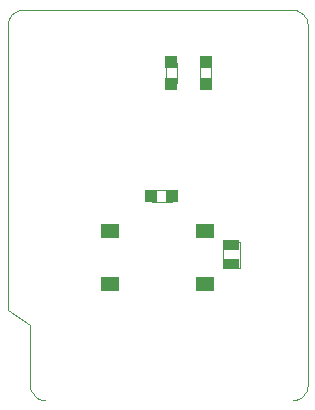
<source format=gtp>
G04*
G04 #@! TF.GenerationSoftware,Altium Limited,Altium Designer,18.1.9 (240)*
G04*
G04 Layer_Color=8421504*
%FSLAX25Y25*%
%MOIN*%
G70*
G01*
G75*
%ADD16C,0.00100*%
%ADD17C,0.00394*%
%ADD18R,0.06299X0.05118*%
%ADD19R,0.04331X0.04331*%
%ADD20R,0.05315X0.03740*%
%ADD21R,0.04331X0.04331*%
D16*
X383000Y357500D02*
X382025Y357404D01*
X381087Y357119D01*
X380222Y356657D01*
X379465Y356035D01*
X378843Y355278D01*
X378381Y354413D01*
X378096Y353475D01*
X378000Y352500D01*
X478000D02*
X477904Y353475D01*
X477619Y354413D01*
X477157Y355278D01*
X476536Y356035D01*
X475778Y356657D01*
X474913Y357119D01*
X473976Y357404D01*
X473000Y357500D01*
Y227500D02*
X473976Y227596D01*
X474913Y227881D01*
X475778Y228343D01*
X476536Y228964D01*
X477157Y229722D01*
X477619Y230587D01*
X477904Y231524D01*
X478000Y232500D01*
X385500D02*
X385596Y231524D01*
X385881Y230587D01*
X386343Y229722D01*
X386965Y228964D01*
X387722Y228343D01*
X388587Y227881D01*
X389525Y227596D01*
X390500Y227500D01*
X478000Y232500D02*
Y352500D01*
X378000Y257500D02*
Y352500D01*
X382874Y357500D02*
X472874D01*
X378000Y257500D02*
X385500Y252500D01*
Y232500D02*
Y252500D01*
D17*
X426029Y293630D02*
X432722D01*
X426029Y297370D02*
X432722D01*
Y293630D02*
Y297370D01*
X426029Y293630D02*
Y297370D01*
X449646Y280331D02*
X455354D01*
X449646Y271669D02*
X455354D01*
Y280331D01*
X449646Y271669D02*
Y280331D01*
X445870Y333154D02*
Y339846D01*
X442130Y333154D02*
Y339846D01*
X445870D01*
X442130Y333154D02*
X445870D01*
X434370Y333197D02*
Y339890D01*
X430630Y333197D02*
Y339890D01*
X434370D01*
X430630Y333197D02*
X434370D01*
D18*
X412126Y266142D02*
D03*
Y283858D02*
D03*
X443622Y266142D02*
D03*
Y283858D02*
D03*
D19*
X432919Y295500D02*
D03*
X425832D02*
D03*
D20*
X452500Y279150D02*
D03*
Y272850D02*
D03*
D21*
X444000Y340043D02*
D03*
Y332957D02*
D03*
X432500Y340087D02*
D03*
Y333000D02*
D03*
M02*

</source>
